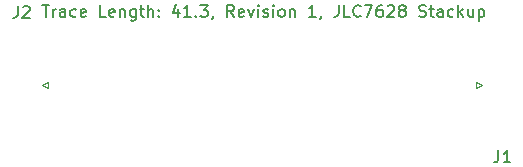
<source format=gto>
G04 #@! TF.GenerationSoftware,KiCad,Pcbnew,(6.0.5-0)*
G04 #@! TF.CreationDate,2022-10-18T21:30:21-04:00*
G04 #@! TF.ProjectId,TL-Losses-JLCPCB,544c2d4c-6f73-4736-9573-2d4a4c435043,rev?*
G04 #@! TF.SameCoordinates,Original*
G04 #@! TF.FileFunction,Legend,Top*
G04 #@! TF.FilePolarity,Positive*
%FSLAX46Y46*%
G04 Gerber Fmt 4.6, Leading zero omitted, Abs format (unit mm)*
G04 Created by KiCad (PCBNEW (6.0.5-0)) date 2022-10-18 21:30:21*
%MOMM*%
%LPD*%
G01*
G04 APERTURE LIST*
%ADD10C,0.150000*%
%ADD11C,0.120000*%
%ADD12R,4.190000X1.780000*%
%ADD13R,4.190000X2.665000*%
G04 APERTURE END LIST*
D10*
X122438095Y-70252380D02*
X123009523Y-70252380D01*
X122723809Y-71252380D02*
X122723809Y-70252380D01*
X123342857Y-71252380D02*
X123342857Y-70585714D01*
X123342857Y-70776190D02*
X123390476Y-70680952D01*
X123438095Y-70633333D01*
X123533333Y-70585714D01*
X123628571Y-70585714D01*
X124390476Y-71252380D02*
X124390476Y-70728571D01*
X124342857Y-70633333D01*
X124247619Y-70585714D01*
X124057142Y-70585714D01*
X123961904Y-70633333D01*
X124390476Y-71204761D02*
X124295238Y-71252380D01*
X124057142Y-71252380D01*
X123961904Y-71204761D01*
X123914285Y-71109523D01*
X123914285Y-71014285D01*
X123961904Y-70919047D01*
X124057142Y-70871428D01*
X124295238Y-70871428D01*
X124390476Y-70823809D01*
X125295238Y-71204761D02*
X125199999Y-71252380D01*
X125009523Y-71252380D01*
X124914285Y-71204761D01*
X124866666Y-71157142D01*
X124819047Y-71061904D01*
X124819047Y-70776190D01*
X124866666Y-70680952D01*
X124914285Y-70633333D01*
X125009523Y-70585714D01*
X125199999Y-70585714D01*
X125295238Y-70633333D01*
X126104761Y-71204761D02*
X126009523Y-71252380D01*
X125819047Y-71252380D01*
X125723809Y-71204761D01*
X125676190Y-71109523D01*
X125676190Y-70728571D01*
X125723809Y-70633333D01*
X125819047Y-70585714D01*
X126009523Y-70585714D01*
X126104761Y-70633333D01*
X126152380Y-70728571D01*
X126152380Y-70823809D01*
X125676190Y-70919047D01*
X127819047Y-71252380D02*
X127342857Y-71252380D01*
X127342857Y-70252380D01*
X128533333Y-71204761D02*
X128438095Y-71252380D01*
X128247619Y-71252380D01*
X128152380Y-71204761D01*
X128104761Y-71109523D01*
X128104761Y-70728571D01*
X128152380Y-70633333D01*
X128247619Y-70585714D01*
X128438095Y-70585714D01*
X128533333Y-70633333D01*
X128580952Y-70728571D01*
X128580952Y-70823809D01*
X128104761Y-70919047D01*
X129009523Y-70585714D02*
X129009523Y-71252380D01*
X129009523Y-70680952D02*
X129057142Y-70633333D01*
X129152380Y-70585714D01*
X129295238Y-70585714D01*
X129390476Y-70633333D01*
X129438095Y-70728571D01*
X129438095Y-71252380D01*
X130342857Y-70585714D02*
X130342857Y-71395238D01*
X130295238Y-71490476D01*
X130247619Y-71538095D01*
X130152380Y-71585714D01*
X130009523Y-71585714D01*
X129914285Y-71538095D01*
X130342857Y-71204761D02*
X130247619Y-71252380D01*
X130057142Y-71252380D01*
X129961904Y-71204761D01*
X129914285Y-71157142D01*
X129866666Y-71061904D01*
X129866666Y-70776190D01*
X129914285Y-70680952D01*
X129961904Y-70633333D01*
X130057142Y-70585714D01*
X130247619Y-70585714D01*
X130342857Y-70633333D01*
X130676190Y-70585714D02*
X131057142Y-70585714D01*
X130819047Y-70252380D02*
X130819047Y-71109523D01*
X130866666Y-71204761D01*
X130961904Y-71252380D01*
X131057142Y-71252380D01*
X131390476Y-71252380D02*
X131390476Y-70252380D01*
X131819047Y-71252380D02*
X131819047Y-70728571D01*
X131771428Y-70633333D01*
X131676190Y-70585714D01*
X131533333Y-70585714D01*
X131438095Y-70633333D01*
X131390476Y-70680952D01*
X132295238Y-71157142D02*
X132342857Y-71204761D01*
X132295238Y-71252380D01*
X132247619Y-71204761D01*
X132295238Y-71157142D01*
X132295238Y-71252380D01*
X132295238Y-70633333D02*
X132342857Y-70680952D01*
X132295238Y-70728571D01*
X132247619Y-70680952D01*
X132295238Y-70633333D01*
X132295238Y-70728571D01*
X133961904Y-70585714D02*
X133961904Y-71252380D01*
X133723809Y-70204761D02*
X133485714Y-70919047D01*
X134104761Y-70919047D01*
X135009523Y-71252380D02*
X134438095Y-71252380D01*
X134723809Y-71252380D02*
X134723809Y-70252380D01*
X134628571Y-70395238D01*
X134533333Y-70490476D01*
X134438095Y-70538095D01*
X135438095Y-71157142D02*
X135485714Y-71204761D01*
X135438095Y-71252380D01*
X135390476Y-71204761D01*
X135438095Y-71157142D01*
X135438095Y-71252380D01*
X135819047Y-70252380D02*
X136438095Y-70252380D01*
X136104761Y-70633333D01*
X136247619Y-70633333D01*
X136342857Y-70680952D01*
X136390476Y-70728571D01*
X136438095Y-70823809D01*
X136438095Y-71061904D01*
X136390476Y-71157142D01*
X136342857Y-71204761D01*
X136247619Y-71252380D01*
X135961904Y-71252380D01*
X135866666Y-71204761D01*
X135819047Y-71157142D01*
X136914285Y-71204761D02*
X136914285Y-71252380D01*
X136866666Y-71347619D01*
X136819047Y-71395238D01*
X138676190Y-71252380D02*
X138342857Y-70776190D01*
X138104761Y-71252380D02*
X138104761Y-70252380D01*
X138485714Y-70252380D01*
X138580952Y-70300000D01*
X138628571Y-70347619D01*
X138676190Y-70442857D01*
X138676190Y-70585714D01*
X138628571Y-70680952D01*
X138580952Y-70728571D01*
X138485714Y-70776190D01*
X138104761Y-70776190D01*
X139485714Y-71204761D02*
X139390476Y-71252380D01*
X139200000Y-71252380D01*
X139104761Y-71204761D01*
X139057142Y-71109523D01*
X139057142Y-70728571D01*
X139104761Y-70633333D01*
X139200000Y-70585714D01*
X139390476Y-70585714D01*
X139485714Y-70633333D01*
X139533333Y-70728571D01*
X139533333Y-70823809D01*
X139057142Y-70919047D01*
X139866666Y-70585714D02*
X140104761Y-71252380D01*
X140342857Y-70585714D01*
X140723809Y-71252380D02*
X140723809Y-70585714D01*
X140723809Y-70252380D02*
X140676190Y-70300000D01*
X140723809Y-70347619D01*
X140771428Y-70300000D01*
X140723809Y-70252380D01*
X140723809Y-70347619D01*
X141152380Y-71204761D02*
X141247619Y-71252380D01*
X141438095Y-71252380D01*
X141533333Y-71204761D01*
X141580952Y-71109523D01*
X141580952Y-71061904D01*
X141533333Y-70966666D01*
X141438095Y-70919047D01*
X141295238Y-70919047D01*
X141200000Y-70871428D01*
X141152380Y-70776190D01*
X141152380Y-70728571D01*
X141200000Y-70633333D01*
X141295238Y-70585714D01*
X141438095Y-70585714D01*
X141533333Y-70633333D01*
X142009523Y-71252380D02*
X142009523Y-70585714D01*
X142009523Y-70252380D02*
X141961904Y-70300000D01*
X142009523Y-70347619D01*
X142057142Y-70300000D01*
X142009523Y-70252380D01*
X142009523Y-70347619D01*
X142628571Y-71252380D02*
X142533333Y-71204761D01*
X142485714Y-71157142D01*
X142438095Y-71061904D01*
X142438095Y-70776190D01*
X142485714Y-70680952D01*
X142533333Y-70633333D01*
X142628571Y-70585714D01*
X142771428Y-70585714D01*
X142866666Y-70633333D01*
X142914285Y-70680952D01*
X142961904Y-70776190D01*
X142961904Y-71061904D01*
X142914285Y-71157142D01*
X142866666Y-71204761D01*
X142771428Y-71252380D01*
X142628571Y-71252380D01*
X143390476Y-70585714D02*
X143390476Y-71252380D01*
X143390476Y-70680952D02*
X143438095Y-70633333D01*
X143533333Y-70585714D01*
X143676190Y-70585714D01*
X143771428Y-70633333D01*
X143819047Y-70728571D01*
X143819047Y-71252380D01*
X145580952Y-71252380D02*
X145009523Y-71252380D01*
X145295238Y-71252380D02*
X145295238Y-70252380D01*
X145200000Y-70395238D01*
X145104761Y-70490476D01*
X145009523Y-70538095D01*
X146057142Y-71204761D02*
X146057142Y-71252380D01*
X146009523Y-71347619D01*
X145961904Y-71395238D01*
X147533333Y-70252380D02*
X147533333Y-70966666D01*
X147485714Y-71109523D01*
X147390476Y-71204761D01*
X147247619Y-71252380D01*
X147152380Y-71252380D01*
X148485714Y-71252380D02*
X148009523Y-71252380D01*
X148009523Y-70252380D01*
X149390476Y-71157142D02*
X149342857Y-71204761D01*
X149200000Y-71252380D01*
X149104761Y-71252380D01*
X148961904Y-71204761D01*
X148866666Y-71109523D01*
X148819047Y-71014285D01*
X148771428Y-70823809D01*
X148771428Y-70680952D01*
X148819047Y-70490476D01*
X148866666Y-70395238D01*
X148961904Y-70300000D01*
X149104761Y-70252380D01*
X149200000Y-70252380D01*
X149342857Y-70300000D01*
X149390476Y-70347619D01*
X149723809Y-70252380D02*
X150390476Y-70252380D01*
X149961904Y-71252380D01*
X151200000Y-70252380D02*
X151009523Y-70252380D01*
X150914285Y-70300000D01*
X150866666Y-70347619D01*
X150771428Y-70490476D01*
X150723809Y-70680952D01*
X150723809Y-71061904D01*
X150771428Y-71157142D01*
X150819047Y-71204761D01*
X150914285Y-71252380D01*
X151104761Y-71252380D01*
X151200000Y-71204761D01*
X151247619Y-71157142D01*
X151295238Y-71061904D01*
X151295238Y-70823809D01*
X151247619Y-70728571D01*
X151200000Y-70680952D01*
X151104761Y-70633333D01*
X150914285Y-70633333D01*
X150819047Y-70680952D01*
X150771428Y-70728571D01*
X150723809Y-70823809D01*
X151676190Y-70347619D02*
X151723809Y-70300000D01*
X151819047Y-70252380D01*
X152057142Y-70252380D01*
X152152380Y-70300000D01*
X152199999Y-70347619D01*
X152247619Y-70442857D01*
X152247619Y-70538095D01*
X152199999Y-70680952D01*
X151628571Y-71252380D01*
X152247619Y-71252380D01*
X152819047Y-70680952D02*
X152723809Y-70633333D01*
X152676190Y-70585714D01*
X152628571Y-70490476D01*
X152628571Y-70442857D01*
X152676190Y-70347619D01*
X152723809Y-70300000D01*
X152819047Y-70252380D01*
X153009523Y-70252380D01*
X153104761Y-70300000D01*
X153152380Y-70347619D01*
X153199999Y-70442857D01*
X153199999Y-70490476D01*
X153152380Y-70585714D01*
X153104761Y-70633333D01*
X153009523Y-70680952D01*
X152819047Y-70680952D01*
X152723809Y-70728571D01*
X152676190Y-70776190D01*
X152628571Y-70871428D01*
X152628571Y-71061904D01*
X152676190Y-71157142D01*
X152723809Y-71204761D01*
X152819047Y-71252380D01*
X153009523Y-71252380D01*
X153104761Y-71204761D01*
X153152380Y-71157142D01*
X153199999Y-71061904D01*
X153199999Y-70871428D01*
X153152380Y-70776190D01*
X153104761Y-70728571D01*
X153009523Y-70680952D01*
X154342857Y-71204761D02*
X154485714Y-71252380D01*
X154723809Y-71252380D01*
X154819047Y-71204761D01*
X154866666Y-71157142D01*
X154914285Y-71061904D01*
X154914285Y-70966666D01*
X154866666Y-70871428D01*
X154819047Y-70823809D01*
X154723809Y-70776190D01*
X154533333Y-70728571D01*
X154438095Y-70680952D01*
X154390476Y-70633333D01*
X154342857Y-70538095D01*
X154342857Y-70442857D01*
X154390476Y-70347619D01*
X154438095Y-70300000D01*
X154533333Y-70252380D01*
X154771428Y-70252380D01*
X154914285Y-70300000D01*
X155199999Y-70585714D02*
X155580952Y-70585714D01*
X155342857Y-70252380D02*
X155342857Y-71109523D01*
X155390476Y-71204761D01*
X155485714Y-71252380D01*
X155580952Y-71252380D01*
X156342857Y-71252380D02*
X156342857Y-70728571D01*
X156295238Y-70633333D01*
X156199999Y-70585714D01*
X156009523Y-70585714D01*
X155914285Y-70633333D01*
X156342857Y-71204761D02*
X156247619Y-71252380D01*
X156009523Y-71252380D01*
X155914285Y-71204761D01*
X155866666Y-71109523D01*
X155866666Y-71014285D01*
X155914285Y-70919047D01*
X156009523Y-70871428D01*
X156247619Y-70871428D01*
X156342857Y-70823809D01*
X157247619Y-71204761D02*
X157152380Y-71252380D01*
X156961904Y-71252380D01*
X156866666Y-71204761D01*
X156819047Y-71157142D01*
X156771428Y-71061904D01*
X156771428Y-70776190D01*
X156819047Y-70680952D01*
X156866666Y-70633333D01*
X156961904Y-70585714D01*
X157152380Y-70585714D01*
X157247619Y-70633333D01*
X157676190Y-71252380D02*
X157676190Y-70252380D01*
X157771428Y-70871428D02*
X158057142Y-71252380D01*
X158057142Y-70585714D02*
X157676190Y-70966666D01*
X158914285Y-70585714D02*
X158914285Y-71252380D01*
X158485714Y-70585714D02*
X158485714Y-71109523D01*
X158533333Y-71204761D01*
X158628571Y-71252380D01*
X158771428Y-71252380D01*
X158866666Y-71204761D01*
X158914285Y-71157142D01*
X159390476Y-70585714D02*
X159390476Y-71585714D01*
X159390476Y-70633333D02*
X159485714Y-70585714D01*
X159676190Y-70585714D01*
X159771428Y-70633333D01*
X159819047Y-70680952D01*
X159866666Y-70776190D01*
X159866666Y-71061904D01*
X159819047Y-71157142D01*
X159771428Y-71204761D01*
X159676190Y-71252380D01*
X159485714Y-71252380D01*
X159390476Y-71204761D01*
X161061666Y-82552380D02*
X161061666Y-83266666D01*
X161014047Y-83409523D01*
X160918809Y-83504761D01*
X160775952Y-83552380D01*
X160680714Y-83552380D01*
X162061666Y-83552380D02*
X161490238Y-83552380D01*
X161775952Y-83552380D02*
X161775952Y-82552380D01*
X161680714Y-82695238D01*
X161585476Y-82790476D01*
X161490238Y-82838095D01*
X120371666Y-70352380D02*
X120371666Y-71066666D01*
X120324047Y-71209523D01*
X120228809Y-71304761D01*
X120085952Y-71352380D01*
X119990714Y-71352380D01*
X120800238Y-70447619D02*
X120847857Y-70400000D01*
X120943095Y-70352380D01*
X121181190Y-70352380D01*
X121276428Y-70400000D01*
X121324047Y-70447619D01*
X121371666Y-70542857D01*
X121371666Y-70638095D01*
X121324047Y-70780952D01*
X120752619Y-71352380D01*
X121371666Y-71352380D01*
D11*
X159700000Y-77000000D02*
X159200000Y-76750000D01*
X159200000Y-76750000D02*
X159200000Y-77250000D01*
X159200000Y-77250000D02*
X159700000Y-77000000D01*
X122900000Y-76750000D02*
X122400000Y-77000000D01*
X122900000Y-77250000D02*
X122900000Y-76750000D01*
X122400000Y-77000000D02*
X122900000Y-77250000D01*
%LPC*%
D12*
X162100000Y-77000000D03*
D13*
X162100000Y-80492500D03*
X162100000Y-73507500D03*
X120000000Y-73507500D03*
X120000000Y-80492500D03*
D12*
X120000000Y-77000000D03*
M02*

</source>
